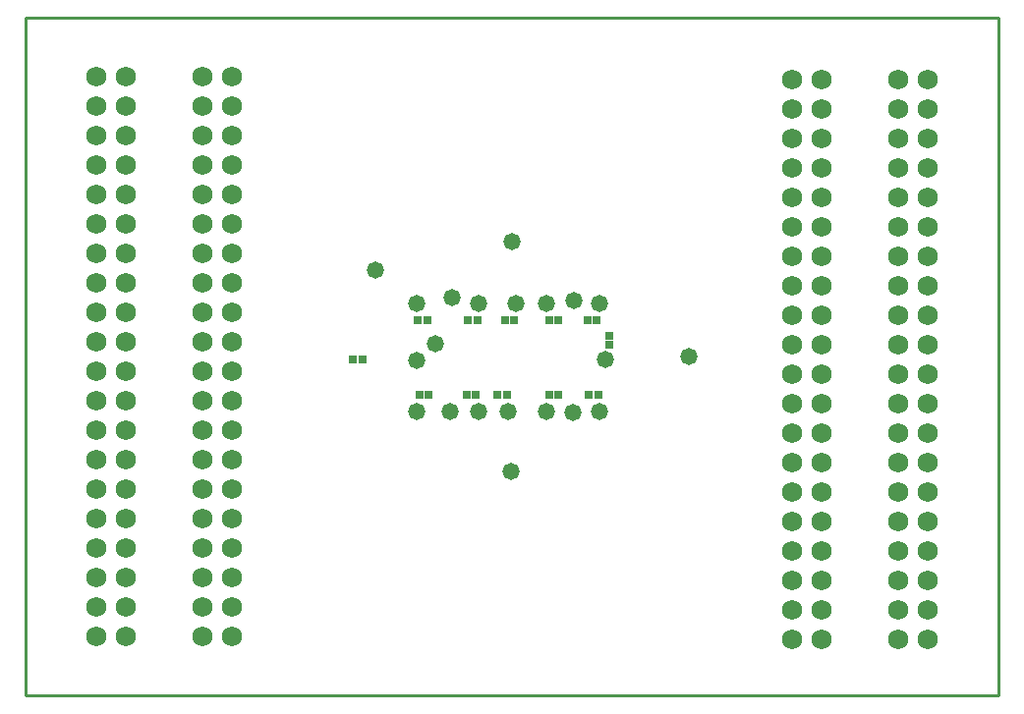
<source format=gbs>
%FSLAX25Y25*%
%MOIN*%
G70*
G01*
G75*
G04 Layer_Color=16711935*
%ADD10O,0.01772X0.08268*%
%ADD11O,0.08268X0.01772*%
%ADD12C,0.01000*%
%ADD13C,0.06000*%
%ADD14C,0.05000*%
%ADD15R,0.02047X0.02047*%
%ADD16R,0.02047X0.02047*%
%ADD17C,0.03000*%
%ADD18C,0.00984*%
%ADD19C,0.02362*%
%ADD20C,0.00787*%
%ADD21C,0.00700*%
%ADD22C,0.00800*%
%ADD23R,0.37500X0.15000*%
%ADD24O,0.02572X0.09068*%
%ADD25O,0.09068X0.02572*%
%ADD26C,0.06800*%
%ADD27C,0.05800*%
%ADD28R,0.02847X0.02847*%
%ADD29R,0.02847X0.02847*%
D12*
X-170000Y-115000D02*
Y115000D01*
Y-115000D02*
X160000D01*
Y115000D01*
X-170000D02*
X160000D01*
D26*
X136000Y-96000D02*
D03*
X126000D02*
D03*
X136000Y-86000D02*
D03*
X126000D02*
D03*
X136000Y-76000D02*
D03*
X126000D02*
D03*
X136000Y-66000D02*
D03*
X126000D02*
D03*
X136000Y-56000D02*
D03*
X126000D02*
D03*
X136000Y-46000D02*
D03*
X126000D02*
D03*
X136000Y-36000D02*
D03*
X126000D02*
D03*
X136000Y-26000D02*
D03*
X126000D02*
D03*
X136000Y-16000D02*
D03*
X126000D02*
D03*
X136000Y-6000D02*
D03*
X126000D02*
D03*
X136000Y4000D02*
D03*
X126000D02*
D03*
X136000Y14000D02*
D03*
X126000D02*
D03*
X136000Y24000D02*
D03*
X126000D02*
D03*
X136000Y34000D02*
D03*
X126000D02*
D03*
X136000Y44000D02*
D03*
X126000D02*
D03*
X136000Y54000D02*
D03*
X126000D02*
D03*
X136000Y64000D02*
D03*
X126000D02*
D03*
X136000Y74000D02*
D03*
X126000D02*
D03*
X136000Y84000D02*
D03*
X126000D02*
D03*
X136000Y94000D02*
D03*
X126000D02*
D03*
X100000Y-96000D02*
D03*
X90000D02*
D03*
X100000Y-86000D02*
D03*
X90000D02*
D03*
X100000Y-76000D02*
D03*
X90000D02*
D03*
X100000Y-66000D02*
D03*
X90000D02*
D03*
X100000Y-56000D02*
D03*
X90000D02*
D03*
X100000Y-46000D02*
D03*
X90000D02*
D03*
X100000Y-36000D02*
D03*
X90000D02*
D03*
X100000Y-26000D02*
D03*
X90000D02*
D03*
X100000Y-16000D02*
D03*
X90000D02*
D03*
X100000Y-6000D02*
D03*
X90000D02*
D03*
X100000Y4000D02*
D03*
X90000D02*
D03*
X100000Y14000D02*
D03*
X90000D02*
D03*
X100000Y24000D02*
D03*
X90000D02*
D03*
X100000Y34000D02*
D03*
X90000D02*
D03*
X100000Y44000D02*
D03*
X90000D02*
D03*
X100000Y54000D02*
D03*
X90000D02*
D03*
X100000Y64000D02*
D03*
X90000D02*
D03*
X100000Y74000D02*
D03*
X90000D02*
D03*
X100000Y84000D02*
D03*
X90000D02*
D03*
X100000Y94000D02*
D03*
X90000D02*
D03*
X-136000Y-95000D02*
D03*
X-146000D02*
D03*
X-136000Y-85000D02*
D03*
X-146000D02*
D03*
X-136000Y-75000D02*
D03*
X-146000D02*
D03*
X-136000Y-65000D02*
D03*
X-146000D02*
D03*
X-136000Y-55000D02*
D03*
X-146000D02*
D03*
X-136000Y-45000D02*
D03*
X-146000D02*
D03*
X-136000Y-35000D02*
D03*
X-146000D02*
D03*
X-136000Y-25000D02*
D03*
X-146000D02*
D03*
X-136000Y-15000D02*
D03*
X-146000D02*
D03*
X-136000Y-5000D02*
D03*
X-146000D02*
D03*
X-136000Y5000D02*
D03*
X-146000D02*
D03*
X-136000Y15000D02*
D03*
X-146000D02*
D03*
X-136000Y25000D02*
D03*
X-146000D02*
D03*
X-136000Y35000D02*
D03*
X-146000D02*
D03*
X-136000Y45000D02*
D03*
X-146000D02*
D03*
X-136000Y55000D02*
D03*
X-146000D02*
D03*
X-136000Y65000D02*
D03*
X-146000D02*
D03*
X-136000Y75000D02*
D03*
X-146000D02*
D03*
X-136000Y85000D02*
D03*
X-146000D02*
D03*
X-136000Y95000D02*
D03*
X-146000D02*
D03*
X-100000Y-95000D02*
D03*
X-110000D02*
D03*
X-100000Y-85000D02*
D03*
X-110000D02*
D03*
X-100000Y-75000D02*
D03*
X-110000D02*
D03*
X-100000Y-65000D02*
D03*
X-110000D02*
D03*
X-100000Y-55000D02*
D03*
X-110000D02*
D03*
X-100000Y-45000D02*
D03*
X-110000D02*
D03*
X-100000Y-35000D02*
D03*
X-110000D02*
D03*
X-100000Y-25000D02*
D03*
X-110000D02*
D03*
X-100000Y-15000D02*
D03*
X-110000D02*
D03*
X-100000Y-5000D02*
D03*
X-110000D02*
D03*
X-100000Y5000D02*
D03*
X-110000D02*
D03*
X-100000Y15000D02*
D03*
X-110000D02*
D03*
X-100000Y25000D02*
D03*
X-110000D02*
D03*
X-100000Y35000D02*
D03*
X-110000D02*
D03*
X-100000Y45000D02*
D03*
X-110000D02*
D03*
X-100000Y55000D02*
D03*
X-110000D02*
D03*
X-100000Y65000D02*
D03*
X-110000D02*
D03*
X-100000Y75000D02*
D03*
X-110000D02*
D03*
X-100000Y85000D02*
D03*
X-110000D02*
D03*
X-100000Y95000D02*
D03*
X-110000D02*
D03*
D27*
X-37500Y-18500D02*
D03*
Y18000D02*
D03*
Y-1300D02*
D03*
X-16516Y17984D02*
D03*
X-3720Y18220D02*
D03*
X6516Y18016D02*
D03*
X24429Y18071D02*
D03*
X-16500Y-18500D02*
D03*
X-6280Y-18620D02*
D03*
X6516Y-18616D02*
D03*
X24429Y-18629D02*
D03*
X26500Y-1000D02*
D03*
X-31000Y4500D02*
D03*
X-26000Y-18500D02*
D03*
X-5500Y-39000D02*
D03*
X15500Y-19000D02*
D03*
X55000Y0D02*
D03*
X16000Y19000D02*
D03*
X-5000Y39000D02*
D03*
X-25500Y20000D02*
D03*
X-51331Y29500D02*
D03*
D28*
X-55925Y-1000D02*
D03*
X-59075D02*
D03*
X-37075Y12500D02*
D03*
X-33925D02*
D03*
X-16925D02*
D03*
X-20075D02*
D03*
X-4425D02*
D03*
X-7575D02*
D03*
X7425D02*
D03*
X10575D02*
D03*
X23575D02*
D03*
X20425D02*
D03*
X-36575Y-13000D02*
D03*
X-33425D02*
D03*
X-17425D02*
D03*
X-20575D02*
D03*
X-6925D02*
D03*
X-10075D02*
D03*
X7425D02*
D03*
X10575D02*
D03*
X24075D02*
D03*
X20925D02*
D03*
D29*
X28000Y3925D02*
D03*
Y7075D02*
D03*
M02*

</source>
